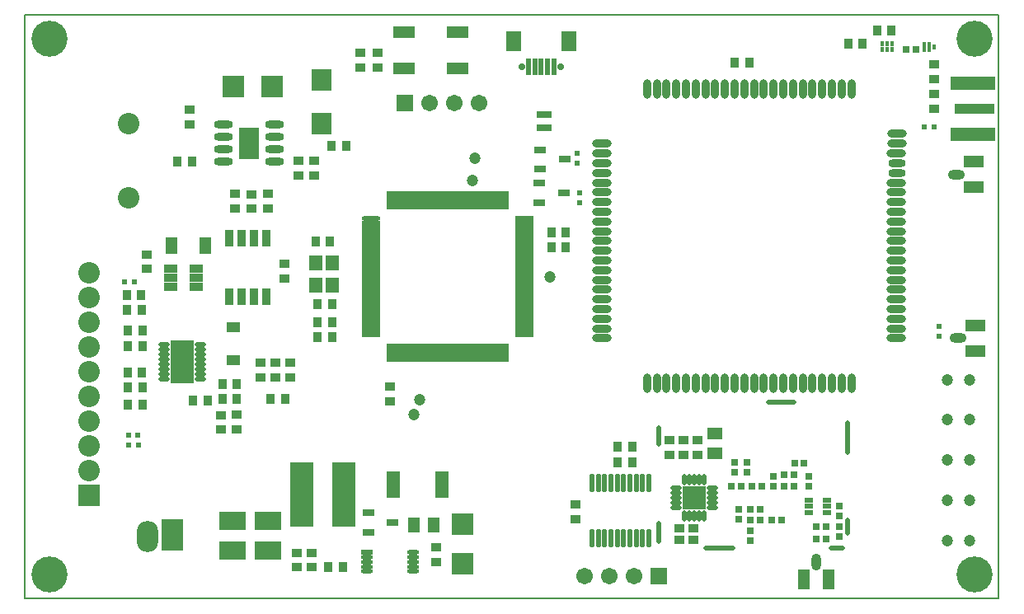
<source format=gts>
%FSLAX25Y25*%
%MOIN*%
G70*
G01*
G75*
G04 Layer_Color=8388736*
%ADD10C,0.02000*%
%ADD11C,0.03000*%
%ADD12C,0.01500*%
%ADD13R,0.01575X0.01181*%
%ADD14R,0.03937X0.02362*%
%ADD15R,0.03347X0.02756*%
%ADD16R,0.07480X0.11811*%
%ADD17O,0.06890X0.02362*%
%ADD18O,0.02362X0.07087*%
%ADD19O,0.07087X0.02362*%
%ADD20O,0.06299X0.02362*%
%ADD21R,0.02756X0.03347*%
%ADD22R,0.00984X0.01575*%
%ADD23R,0.02362X0.01969*%
%ADD24R,0.00984X0.01299*%
G04:AMPARAMS|DCode=25|XSize=35.43mil|YSize=157.48mil|CornerRadius=1.77mil|HoleSize=0mil|Usage=FLASHONLY|Rotation=90.000|XOffset=0mil|YOffset=0mil|HoleType=Round|Shape=RoundedRectangle|*
%AMROUNDEDRECTD25*
21,1,0.03543,0.15394,0,0,90.0*
21,1,0.03189,0.15748,0,0,90.0*
1,1,0.00354,0.07697,0.01595*
1,1,0.00354,0.07697,-0.01595*
1,1,0.00354,-0.07697,-0.01595*
1,1,0.00354,-0.07697,0.01595*
%
%ADD25ROUNDEDRECTD25*%
%ADD26R,0.01181X0.01575*%
%ADD27R,0.02362X0.02362*%
%ADD28R,0.02362X0.02362*%
%ADD29R,0.03347X0.01575*%
%ADD30R,0.05118X0.03937*%
%ADD31O,0.03740X0.00984*%
%ADD32O,0.00984X0.03740*%
%ADD33R,0.08661X0.08661*%
%ADD34R,0.03150X0.02559*%
%ADD35O,0.01378X0.06693*%
%ADD36C,0.03937*%
%ADD37R,0.01200X0.01800*%
%ADD38R,0.07874X0.03937*%
%ADD39R,0.01575X0.05906*%
%ADD40R,0.07874X0.07874*%
%ADD41O,0.03937X0.01181*%
%ADD42R,0.03937X0.01181*%
%ADD43R,0.02500X0.05906*%
%ADD44R,0.04800X0.05600*%
%ADD45R,0.04724X0.03150*%
%ADD46O,0.03740X0.01378*%
%ADD47R,0.08661X0.16929*%
%ADD48R,0.04803X0.02441*%
%ADD49R,0.07087X0.07874*%
%ADD50O,0.06693X0.01063*%
%ADD51R,0.06693X0.01063*%
%ADD52R,0.01063X0.06693*%
%ADD53R,0.08898X0.25590*%
%ADD54R,0.03937X0.05118*%
%ADD55R,0.03937X0.05906*%
%ADD56R,0.07874X0.07874*%
%ADD57R,0.04724X0.09843*%
%ADD58R,0.10000X0.07000*%
%ADD59O,0.05906X0.03150*%
%ADD60R,0.07087X0.03937*%
%ADD61O,0.03150X0.05906*%
%ADD62R,0.03937X0.07087*%
%ADD63C,0.01000*%
%ADD64C,0.08000*%
%ADD65C,0.01200*%
%ADD66C,0.00800*%
%ADD67C,0.02500*%
%ADD68R,0.11600X0.03500*%
%ADD69R,0.12910X0.06885*%
%ADD70R,0.04300X0.04600*%
%ADD71R,0.04600X0.21700*%
%ADD72R,0.34969X0.11400*%
%ADD73R,0.26500X0.16000*%
%ADD74R,0.18000X0.08400*%
%ADD75R,0.10500X0.06400*%
%ADD76R,0.06000X0.09600*%
%ADD77R,0.06700X0.09800*%
%ADD78R,0.04200X0.18700*%
%ADD79R,0.06200X0.14700*%
%ADD80R,0.10400X0.95500*%
%ADD81R,0.27300X0.16100*%
%ADD82R,0.05700X0.21700*%
%ADD83R,0.08100X0.13300*%
%ADD84R,0.08700X0.05400*%
%ADD85R,0.05000X0.07173*%
%ADD86R,0.06600X0.19900*%
%ADD87C,0.00500*%
%ADD88R,0.05906X0.05906*%
%ADD89C,0.05906*%
%ADD90C,0.07874*%
%ADD91R,0.07874X0.07874*%
G04:AMPARAMS|DCode=92|XSize=51.18mil|YSize=173.23mil|CornerRadius=2.56mil|HoleSize=0mil|Usage=FLASHONLY|Rotation=90.000|XOffset=0mil|YOffset=0mil|HoleType=Round|Shape=RoundedRectangle|*
%AMROUNDEDRECTD92*
21,1,0.05118,0.16811,0,0,90.0*
21,1,0.04606,0.17323,0,0,90.0*
1,1,0.00512,0.08406,0.02303*
1,1,0.00512,0.08406,-0.02303*
1,1,0.00512,-0.08406,-0.02303*
1,1,0.00512,-0.08406,0.02303*
%
%ADD92ROUNDEDRECTD92*%
%ADD93C,0.01969*%
%ADD94R,0.05315X0.07284*%
%ADD95C,0.13780*%
%ADD96O,0.07874X0.11811*%
%ADD97R,0.07874X0.11811*%
%ADD98C,0.02000*%
%ADD99C,0.03000*%
%ADD100C,0.03500*%
%ADD101C,0.04000*%
%ADD102C,0.02598*%
%ADD103C,0.04000*%
%ADD104R,0.10876X0.04450*%
%ADD105R,0.12400X0.11000*%
%ADD106R,0.12400X0.13400*%
%ADD107R,0.42200X0.13900*%
%ADD108R,0.28100X0.17200*%
%ADD109R,0.10200X0.09400*%
%ADD110R,0.09500X0.12000*%
%ADD111C,0.05000*%
%ADD112R,0.39000X0.13800*%
%ADD113R,0.06200X0.13300*%
%ADD114R,0.21900X0.04900*%
%ADD115R,0.19300X0.05600*%
%ADD116R,0.27100X0.16800*%
%ADD117R,0.08400X0.08100*%
%ADD118R,0.08300X0.14100*%
%ADD119R,0.08661X0.11024*%
%ADD120R,0.01969X0.07874*%
%ADD121R,0.02362X0.03937*%
%ADD122R,0.02500X0.05500*%
%ADD123R,0.06299X0.01969*%
%ADD124R,0.07874X0.14410*%
%ADD125R,0.07000X0.10000*%
%ADD126R,0.07087X0.03937*%
%ADD127O,0.09843X0.02362*%
%ADD128O,0.08661X0.02362*%
%ADD129O,0.01378X0.03740*%
%ADD130R,0.16929X0.08661*%
%ADD131R,0.04843X0.02559*%
%ADD132R,0.08268X0.02756*%
%ADD133O,0.03543X0.01969*%
%ADD134O,0.03543X0.01969*%
%ADD135R,0.03543X0.01969*%
%ADD136R,0.03347X0.01575*%
%ADD137R,0.07874X0.01969*%
%ADD138R,0.05118X0.19685*%
%ADD139R,0.03150X0.04724*%
%ADD140R,0.19685X0.05118*%
%ADD141C,0.09000*%
%ADD142R,0.22800X0.06300*%
%ADD143R,0.08600X0.09700*%
%ADD144R,0.05400X0.08800*%
%ADD145R,0.03600X0.11400*%
%ADD146R,0.11100X0.13400*%
%ADD147R,0.08800X0.07400*%
%ADD148R,0.29300X0.15600*%
%ADD149R,0.14000X0.54700*%
%ADD150R,0.48700X0.11300*%
%ADD151R,0.26931X0.16000*%
%ADD152R,0.14700X0.03700*%
%ADD153R,0.08500X0.39500*%
%ADD154R,0.04900X0.17100*%
%ADD155R,0.07600X0.09400*%
%ADD156R,0.03474X0.08965*%
%ADD157R,0.08900X0.10200*%
%ADD158R,0.15200X0.28165*%
%ADD159R,0.15800X0.09700*%
%ADD160C,0.00984*%
%ADD161C,0.00300*%
%ADD162C,0.00787*%
%ADD163C,0.02362*%
%ADD164C,0.00600*%
%ADD165C,0.00700*%
%ADD166C,0.00900*%
%ADD167R,0.05417X0.06634*%
%ADD168R,0.02375X0.01981*%
%ADD169R,0.04737X0.03162*%
%ADD170R,0.04147X0.03556*%
%ADD171R,0.08280X0.12611*%
%ADD172O,0.07690X0.03162*%
%ADD173O,0.03162X0.07887*%
%ADD174O,0.07887X0.03162*%
%ADD175O,0.07099X0.03162*%
%ADD176R,0.03556X0.04147*%
%ADD177R,0.01784X0.02375*%
%ADD178R,0.03162X0.02769*%
%ADD179R,0.01784X0.02099*%
G04:AMPARAMS|DCode=180|XSize=39.37mil|YSize=161.42mil|CornerRadius=1.97mil|HoleSize=0mil|Usage=FLASHONLY|Rotation=90.000|XOffset=0mil|YOffset=0mil|HoleType=Round|Shape=RoundedRectangle|*
%AMROUNDEDRECTD180*
21,1,0.03937,0.15748,0,0,90.0*
21,1,0.03543,0.16142,0,0,90.0*
1,1,0.00394,0.07874,0.01772*
1,1,0.00394,0.07874,-0.01772*
1,1,0.00394,-0.07874,-0.01772*
1,1,0.00394,-0.07874,0.01772*
%
%ADD180ROUNDEDRECTD180*%
%ADD181R,0.01981X0.02375*%
%ADD182R,0.03162X0.03162*%
%ADD183R,0.03162X0.03162*%
%ADD184R,0.03740X0.01969*%
%ADD185R,0.05918X0.04737*%
%ADD186O,0.04540X0.01784*%
%ADD187O,0.01784X0.04540*%
%ADD188R,0.09461X0.09461*%
%ADD189R,0.03950X0.03359*%
%ADD190O,0.02178X0.07493*%
%ADD191C,0.04737*%
%ADD192R,0.02000X0.02600*%
%ADD193R,0.08674X0.04737*%
%ADD194R,0.02375X0.06706*%
%ADD195R,0.08674X0.08674*%
%ADD196O,0.04737X0.01981*%
%ADD197R,0.04737X0.01981*%
%ADD198R,0.03300X0.06706*%
%ADD199R,0.05600X0.06400*%
%ADD200R,0.05524X0.03950*%
%ADD201O,0.04540X0.02178*%
%ADD202R,0.09461X0.17729*%
%ADD203R,0.05603X0.03241*%
%ADD204R,0.07887X0.08674*%
%ADD205O,0.07493X0.01863*%
%ADD206R,0.07493X0.01863*%
%ADD207R,0.01863X0.07493*%
%ADD208R,0.09698X0.26391*%
%ADD209R,0.04737X0.05918*%
%ADD210R,0.04737X0.06706*%
%ADD211R,0.08674X0.08674*%
%ADD212R,0.05524X0.10642*%
%ADD213R,0.10800X0.07800*%
%ADD214O,0.06706X0.03950*%
%ADD215R,0.07887X0.04737*%
%ADD216O,0.03950X0.06706*%
%ADD217R,0.04737X0.07887*%
%ADD218R,0.06706X0.06706*%
%ADD219C,0.06706*%
%ADD220C,0.08674*%
%ADD221R,0.08674X0.08674*%
G04:AMPARAMS|DCode=222|XSize=55.12mil|YSize=177.16mil|CornerRadius=2.76mil|HoleSize=0mil|Usage=FLASHONLY|Rotation=90.000|XOffset=0mil|YOffset=0mil|HoleType=Round|Shape=RoundedRectangle|*
%AMROUNDEDRECTD222*
21,1,0.05512,0.17165,0,0,90.0*
21,1,0.04961,0.17716,0,0,90.0*
1,1,0.00551,0.08583,0.02480*
1,1,0.00551,0.08583,-0.02480*
1,1,0.00551,-0.08583,-0.02480*
1,1,0.00551,-0.08583,0.02480*
%
%ADD222ROUNDEDRECTD222*%
%ADD223C,0.02769*%
%ADD224R,0.06115X0.08083*%
%ADD225C,0.14579*%
%ADD226O,0.08674X0.12611*%
%ADD227R,0.08674X0.12611*%
%ADD228C,0.03800*%
D10*
X249232Y38600D02*
Y45100D01*
Y-600D02*
Y6500D01*
X268300Y-3300D02*
X279100D01*
X318900D02*
X323600D01*
X325609Y2600D02*
Y8000D01*
X293639Y55560D02*
X303901D01*
X325609Y35200D02*
Y47400D01*
D87*
X-7068Y212300D02*
X386632D01*
X-7068Y-23921D02*
Y212300D01*
Y-23921D02*
X386632D01*
Y212300D01*
D168*
X217100Y136200D02*
D03*
Y140137D02*
D03*
X362600Y82263D02*
D03*
Y86200D02*
D03*
X216300Y156200D02*
D03*
Y152263D02*
D03*
D169*
X200832Y136226D02*
D03*
X210674Y140163D02*
D03*
X200832Y144100D02*
D03*
X201200Y149826D02*
D03*
X211042Y153763D02*
D03*
X201200Y157700D02*
D03*
X131800Y10900D02*
D03*
X141642Y6963D02*
D03*
X131800Y3026D02*
D03*
D170*
X135500Y196900D02*
D03*
Y190995D02*
D03*
X128600Y190900D02*
D03*
Y196806D02*
D03*
X360531Y186400D02*
D03*
Y192306D02*
D03*
X360500Y174400D02*
D03*
Y180306D02*
D03*
X264732Y40171D02*
D03*
Y34265D02*
D03*
X259032Y40171D02*
D03*
Y34265D02*
D03*
X253432Y40171D02*
D03*
Y34265D02*
D03*
X215632Y8300D02*
D03*
Y14206D02*
D03*
X140400Y61900D02*
D03*
Y55994D02*
D03*
X159200Y-3100D02*
D03*
Y-9005D02*
D03*
X108957Y-5316D02*
D03*
Y-11222D02*
D03*
X102865Y-5339D02*
D03*
Y-11245D02*
D03*
X103397Y153200D02*
D03*
Y147294D02*
D03*
X109820Y153200D02*
D03*
Y147294D02*
D03*
X90997Y139800D02*
D03*
Y133895D02*
D03*
X84600Y133800D02*
D03*
Y139706D02*
D03*
X77897Y133895D02*
D03*
Y139800D02*
D03*
X97831Y111600D02*
D03*
Y105694D02*
D03*
X88032Y71600D02*
D03*
Y65694D02*
D03*
X94032Y71600D02*
D03*
Y65694D02*
D03*
X100031Y71600D02*
D03*
Y65694D02*
D03*
X72000Y44500D02*
D03*
Y50406D02*
D03*
X78600Y50500D02*
D03*
Y44594D02*
D03*
X42300Y115400D02*
D03*
Y109494D02*
D03*
X59500Y173900D02*
D03*
Y167994D02*
D03*
D171*
X83500Y160400D02*
D03*
D172*
X93736Y152900D02*
D03*
Y157900D02*
D03*
Y162900D02*
D03*
Y167900D02*
D03*
X73264Y152900D02*
D03*
Y157900D02*
D03*
Y162900D02*
D03*
Y167900D02*
D03*
D173*
X244394Y182198D02*
D03*
X327072D02*
D03*
X244394Y63300D02*
D03*
X248331D02*
D03*
X252269D02*
D03*
X256206D02*
D03*
X260142D02*
D03*
X264079D02*
D03*
X268017D02*
D03*
X271954D02*
D03*
X275891D02*
D03*
X279828D02*
D03*
X283765D02*
D03*
X287702D02*
D03*
X291639D02*
D03*
X295576D02*
D03*
X299513D02*
D03*
X303450D02*
D03*
X307387D02*
D03*
X311324D02*
D03*
X315261D02*
D03*
X319198D02*
D03*
X323135D02*
D03*
X323135Y182198D02*
D03*
X319198Y182198D02*
D03*
X315261D02*
D03*
X311324D02*
D03*
X307387D02*
D03*
X303450D02*
D03*
X299513D02*
D03*
X295576D02*
D03*
X291639D02*
D03*
X287702D02*
D03*
X283765D02*
D03*
X279828Y182198D02*
D03*
X275891Y182198D02*
D03*
X271954D02*
D03*
X268017Y182198D02*
D03*
X264079Y182198D02*
D03*
X248331D02*
D03*
X260142D02*
D03*
X256206D02*
D03*
X252269D02*
D03*
X327072Y63300D02*
D03*
D174*
X345576Y164087D02*
D03*
X345182Y81410D02*
D03*
X226284D02*
D03*
X345576Y160150D02*
D03*
X345182Y156213D02*
D03*
Y144402D02*
D03*
Y140465D02*
D03*
Y136528D02*
D03*
Y132591D02*
D03*
X345182Y128654D02*
D03*
X345182Y124717D02*
D03*
Y120780D02*
D03*
Y116843D02*
D03*
Y112906D02*
D03*
Y108969D02*
D03*
Y105032D02*
D03*
Y101095D02*
D03*
Y97158D02*
D03*
Y93221D02*
D03*
Y89284D02*
D03*
Y85347D02*
D03*
X226284D02*
D03*
X226284Y89284D02*
D03*
X226284Y93221D02*
D03*
Y97158D02*
D03*
Y101095D02*
D03*
Y105032D02*
D03*
Y108969D02*
D03*
Y112906D02*
D03*
X226284Y116843D02*
D03*
X226284Y120780D02*
D03*
Y124717D02*
D03*
X226284Y128654D02*
D03*
Y132591D02*
D03*
X226284Y136528D02*
D03*
Y140465D02*
D03*
Y144402D02*
D03*
Y148339D02*
D03*
Y152276D02*
D03*
Y156213D02*
D03*
Y160150D02*
D03*
D175*
X345576Y152276D02*
D03*
Y148339D02*
D03*
D176*
X285800Y193000D02*
D03*
X279894D02*
D03*
X331631Y200600D02*
D03*
X325726D02*
D03*
X343300Y206000D02*
D03*
X337394D02*
D03*
X232537Y37700D02*
D03*
X238442D02*
D03*
X238332Y31200D02*
D03*
X232426D02*
D03*
X211637Y118200D02*
D03*
X205732D02*
D03*
X211637Y124400D02*
D03*
X205732D02*
D03*
X116866Y159200D02*
D03*
X122772D02*
D03*
X111300Y95100D02*
D03*
X117206D02*
D03*
X111232Y87900D02*
D03*
X117137D02*
D03*
X117032Y81800D02*
D03*
X111126D02*
D03*
X98132Y56900D02*
D03*
X92226D02*
D03*
X72694Y62800D02*
D03*
X78600D02*
D03*
X78600Y56800D02*
D03*
X72694D02*
D03*
X60800Y56400D02*
D03*
X66706D02*
D03*
X40500Y54500D02*
D03*
X34595D02*
D03*
X40500Y61700D02*
D03*
X34595D02*
D03*
X34400Y67600D02*
D03*
X40306D02*
D03*
X40500Y78100D02*
D03*
X34595D02*
D03*
X39900Y99000D02*
D03*
X33994D02*
D03*
X40005Y93000D02*
D03*
X34100D02*
D03*
X40500Y84500D02*
D03*
X34595D02*
D03*
X116232Y120581D02*
D03*
X110326D02*
D03*
X115500Y-11000D02*
D03*
X121405D02*
D03*
X54600Y152900D02*
D03*
X60505D02*
D03*
D177*
X339432Y198200D02*
D03*
X341400D02*
D03*
X343369D02*
D03*
Y200562D02*
D03*
X341400D02*
D03*
X339432D02*
D03*
D178*
X353169Y198200D02*
D03*
X349232D02*
D03*
D179*
X360500Y199200D02*
D03*
X358531Y200184D02*
D03*
X356563D02*
D03*
Y198216D02*
D03*
X358531D02*
D03*
D180*
X376932Y174300D02*
D03*
D181*
X360537Y166900D02*
D03*
X356600D02*
D03*
X38700Y38400D02*
D03*
X34763D02*
D03*
X38600Y42300D02*
D03*
X34663D02*
D03*
X33200Y104200D02*
D03*
X37137D02*
D03*
D182*
X282410Y21501D02*
D03*
X278473D02*
D03*
X286810D02*
D03*
X290747D02*
D03*
X303910D02*
D03*
X299973D02*
D03*
X303910Y26301D02*
D03*
X299973D02*
D03*
X307931Y30900D02*
D03*
X303994D02*
D03*
X312784Y5363D02*
D03*
X316721D02*
D03*
X316884Y363D02*
D03*
X312947D02*
D03*
X286110Y12336D02*
D03*
X290047D02*
D03*
Y7836D02*
D03*
X286110D02*
D03*
X294947D02*
D03*
X298884D02*
D03*
D183*
X295400Y21600D02*
D03*
Y25537D02*
D03*
X309732Y21600D02*
D03*
Y25537D02*
D03*
X322000Y9600D02*
D03*
Y13537D02*
D03*
Y1263D02*
D03*
Y5200D02*
D03*
X281500Y12100D02*
D03*
Y8163D02*
D03*
X286100Y-300D02*
D03*
Y3637D02*
D03*
X284710Y31201D02*
D03*
Y27264D02*
D03*
X279710Y31201D02*
D03*
Y27264D02*
D03*
D184*
X309760Y16059D02*
D03*
Y13500D02*
D03*
Y10941D02*
D03*
X317240D02*
D03*
Y13500D02*
D03*
Y16059D02*
D03*
D185*
X271731Y42927D02*
D03*
Y35053D02*
D03*
D186*
X270913Y13063D02*
D03*
Y15032D02*
D03*
Y17000D02*
D03*
Y18969D02*
D03*
Y20937D02*
D03*
X256150D02*
D03*
Y18969D02*
D03*
Y17000D02*
D03*
Y15032D02*
D03*
Y13063D02*
D03*
D187*
X267469Y24382D02*
D03*
X265500D02*
D03*
X263531D02*
D03*
X261563D02*
D03*
X259594D02*
D03*
Y9618D02*
D03*
X261563D02*
D03*
X263531D02*
D03*
X265500D02*
D03*
X267469D02*
D03*
D188*
X263531Y17000D02*
D03*
D189*
X263253Y36D02*
D03*
X257347D02*
D03*
X263253Y4564D02*
D03*
X257347Y4564D02*
D03*
D190*
X222116Y479D02*
D03*
X224675D02*
D03*
X227234D02*
D03*
X229793D02*
D03*
X232352D02*
D03*
X234911D02*
D03*
X237470D02*
D03*
X240029D02*
D03*
X242588D02*
D03*
X245147D02*
D03*
X222116Y22920D02*
D03*
X224675D02*
D03*
X227234D02*
D03*
X229793D02*
D03*
X232352D02*
D03*
X234911D02*
D03*
X237470D02*
D03*
X240029D02*
D03*
X242588D02*
D03*
X245147D02*
D03*
D191*
X205000Y106400D02*
D03*
X174800Y154400D02*
D03*
X173800Y145200D02*
D03*
X150266Y50534D02*
D03*
X152507Y56593D02*
D03*
X374932Y-300D02*
D03*
X365955D02*
D03*
Y64700D02*
D03*
X374932D02*
D03*
Y32200D02*
D03*
X365955D02*
D03*
Y15950D02*
D03*
X374932D02*
D03*
Y48450D02*
D03*
X365955D02*
D03*
D192*
X204800Y166600D02*
D03*
X202832D02*
D03*
X200832D02*
D03*
X202832Y171958D02*
D03*
X204800D02*
D03*
X200832D02*
D03*
D193*
X167685Y205167D02*
D03*
Y190600D02*
D03*
X146031Y205167D02*
D03*
Y190600D02*
D03*
D194*
X196531Y191300D02*
D03*
X201650D02*
D03*
X204209D02*
D03*
X206768D02*
D03*
X199091D02*
D03*
D195*
X169800Y6148D02*
D03*
Y-9600D02*
D03*
D196*
X149732Y-10940D02*
D03*
X131032Y-12909D02*
D03*
Y-10940D02*
D03*
X149732Y-8972D02*
D03*
X131032D02*
D03*
Y-7003D02*
D03*
X149732Y-5035D02*
D03*
Y-7003D02*
D03*
Y-12909D02*
D03*
D197*
X131032Y-5035D02*
D03*
D198*
X85462Y98218D02*
D03*
X80462Y121840D02*
D03*
X75462D02*
D03*
X90462Y98218D02*
D03*
X75462D02*
D03*
X90462Y121840D02*
D03*
X85462D02*
D03*
X80462Y98218D02*
D03*
D199*
X110432Y103050D02*
D03*
Y111781D02*
D03*
X117178Y103050D02*
D03*
X117178Y111781D02*
D03*
D200*
X77031Y72514D02*
D03*
Y85900D02*
D03*
D201*
X49150Y78790D02*
D03*
Y76821D02*
D03*
Y74853D02*
D03*
Y72884D02*
D03*
Y70916D02*
D03*
Y68947D02*
D03*
Y66979D02*
D03*
Y65010D02*
D03*
X63913D02*
D03*
Y66979D02*
D03*
Y68947D02*
D03*
Y70916D02*
D03*
Y72884D02*
D03*
Y74853D02*
D03*
Y76821D02*
D03*
Y78790D02*
D03*
D202*
X56532Y71900D02*
D03*
D203*
X62218Y105913D02*
D03*
Y109653D02*
D03*
X51903Y102173D02*
D03*
Y109653D02*
D03*
Y105913D02*
D03*
X62218Y102173D02*
D03*
D204*
X112831Y186016D02*
D03*
X112932Y168300D02*
D03*
D205*
X132926Y130022D02*
D03*
D206*
Y128053D02*
D03*
Y126085D02*
D03*
Y124117D02*
D03*
Y122148D02*
D03*
Y120179D02*
D03*
Y118211D02*
D03*
Y116243D02*
D03*
Y114274D02*
D03*
Y112305D02*
D03*
Y110337D02*
D03*
Y108369D02*
D03*
Y106400D02*
D03*
Y104431D02*
D03*
Y102463D02*
D03*
Y100495D02*
D03*
Y98526D02*
D03*
Y96557D02*
D03*
Y94589D02*
D03*
Y92620D02*
D03*
Y90652D02*
D03*
Y88683D02*
D03*
Y86715D02*
D03*
Y84746D02*
D03*
Y82778D02*
D03*
X194737D02*
D03*
Y84746D02*
D03*
Y86715D02*
D03*
Y88683D02*
D03*
Y90652D02*
D03*
Y92620D02*
D03*
Y94589D02*
D03*
Y96557D02*
D03*
Y98526D02*
D03*
Y100495D02*
D03*
Y102463D02*
D03*
Y104431D02*
D03*
Y106400D02*
D03*
Y108369D02*
D03*
Y110337D02*
D03*
Y112305D02*
D03*
Y114274D02*
D03*
Y116243D02*
D03*
Y118211D02*
D03*
Y120179D02*
D03*
Y122148D02*
D03*
Y124117D02*
D03*
Y126085D02*
D03*
Y128053D02*
D03*
Y130022D02*
D03*
D207*
X140209Y75494D02*
D03*
X142178D02*
D03*
X144147D02*
D03*
X146115D02*
D03*
X148083D02*
D03*
X150052D02*
D03*
X152021D02*
D03*
X153989D02*
D03*
X155957D02*
D03*
X157926D02*
D03*
X159895D02*
D03*
X161863D02*
D03*
X163831D02*
D03*
X165800D02*
D03*
X167769D02*
D03*
X169737D02*
D03*
X171705D02*
D03*
X173674D02*
D03*
X175643D02*
D03*
X177611D02*
D03*
X179579D02*
D03*
X181548D02*
D03*
X183517D02*
D03*
X185485D02*
D03*
X187453D02*
D03*
Y137305D02*
D03*
X185485D02*
D03*
X183517D02*
D03*
X181548D02*
D03*
X179579D02*
D03*
X177611D02*
D03*
X175643D02*
D03*
X173674D02*
D03*
X171705D02*
D03*
X169737D02*
D03*
X167769D02*
D03*
X165800D02*
D03*
X163831D02*
D03*
X161863D02*
D03*
X159895D02*
D03*
X157926D02*
D03*
X155957D02*
D03*
X153989D02*
D03*
X152021D02*
D03*
X150052D02*
D03*
X148083D02*
D03*
X146115D02*
D03*
X144147D02*
D03*
X142178D02*
D03*
X140209D02*
D03*
D208*
X104931Y18105D02*
D03*
X121664D02*
D03*
D209*
X150200Y5800D02*
D03*
X158074D02*
D03*
D210*
X52021Y118900D02*
D03*
X65800D02*
D03*
D211*
X92948Y183100D02*
D03*
X77200D02*
D03*
D212*
X161385Y22100D02*
D03*
X141700D02*
D03*
D213*
X76700Y-4500D02*
D03*
Y7500D02*
D03*
X91100Y-4300D02*
D03*
Y7700D02*
D03*
D214*
X370200Y81410D02*
D03*
X369431Y147700D02*
D03*
D215*
X377287Y86528D02*
D03*
X377287Y76292D02*
D03*
X376518Y152818D02*
D03*
X376518Y142582D02*
D03*
D216*
X312784Y-9084D02*
D03*
D217*
X317902Y-16171D02*
D03*
X307666Y-16171D02*
D03*
D218*
X146531Y176700D02*
D03*
X249131Y-14700D02*
D03*
D219*
X156532Y176700D02*
D03*
X166532D02*
D03*
X176532D02*
D03*
X239131Y-14700D02*
D03*
X229132D02*
D03*
X219131D02*
D03*
X83500Y160400D02*
D03*
D220*
X18900Y108000D02*
D03*
Y98000D02*
D03*
Y88000D02*
D03*
Y78000D02*
D03*
Y68000D02*
D03*
Y58000D02*
D03*
Y48000D02*
D03*
Y38000D02*
D03*
Y28000D02*
D03*
X34931Y138300D02*
D03*
Y168300D02*
D03*
D221*
X18900Y18000D02*
D03*
D222*
X376144Y184536D02*
D03*
Y164064D02*
D03*
D223*
X193776Y191300D02*
D03*
X209524D02*
D03*
D224*
X212772Y201733D02*
D03*
X190527D02*
D03*
D225*
X2774Y202457D02*
D03*
X376790D02*
D03*
Y-14078D02*
D03*
X2774D02*
D03*
D226*
X42400Y1406D02*
D03*
D227*
X52400Y1800D02*
D03*
D228*
X263531Y17000D02*
D03*
M02*

</source>
